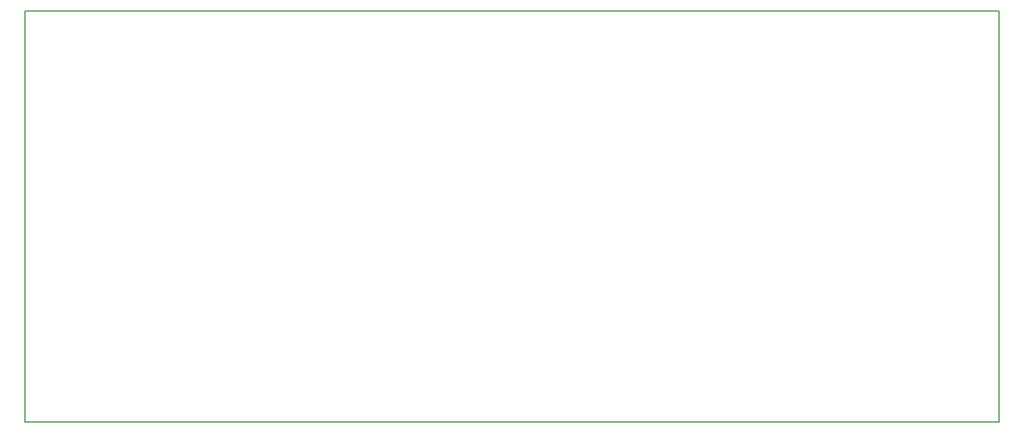
<source format=gbr>
%TF.GenerationSoftware,KiCad,Pcbnew,5.1.7-a382d34a8~87~ubuntu18.04.1*%
%TF.CreationDate,2020-10-22T00:58:17-03:00*%
%TF.ProjectId,Disp_Sec_V_1,44697370-5f53-4656-935f-565f312e6b69,1.1*%
%TF.SameCoordinates,Original*%
%TF.FileFunction,Other,User*%
%FSLAX46Y46*%
G04 Gerber Fmt 4.6, Leading zero omitted, Abs format (unit mm)*
G04 Created by KiCad (PCBNEW 5.1.7-a382d34a8~87~ubuntu18.04.1) date 2020-10-22 00:58:17*
%MOMM*%
%LPD*%
G01*
G04 APERTURE LIST*
%ADD10C,0.150000*%
G04 APERTURE END LIST*
D10*
X225000000Y-63000000D02*
X83000000Y-63000000D01*
X83000000Y-123000000D02*
X225000000Y-123000000D01*
X83000000Y-63000000D02*
X83000000Y-123000000D01*
X225000000Y-123000000D02*
X225000000Y-63000000D01*
M02*

</source>
